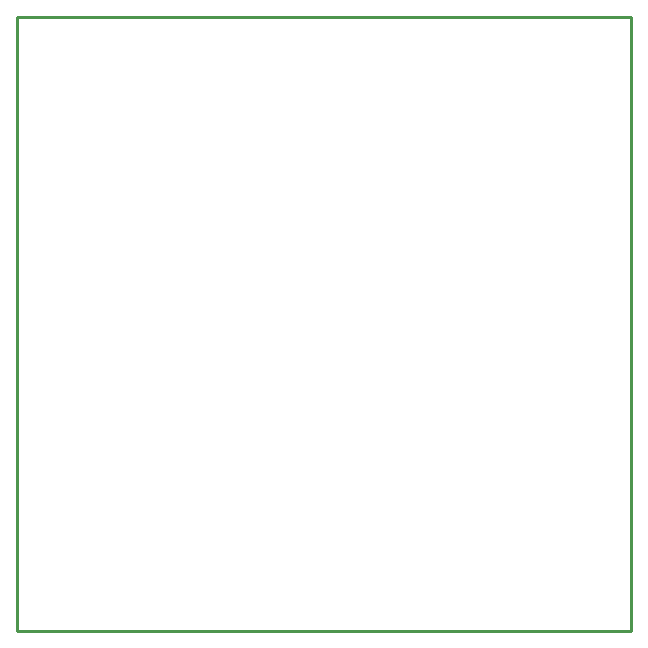
<source format=gbp>
G04 Layer_Color=128*
%FSLAX44Y44*%
%MOMM*%
G71*
G01*
G75*
%ADD11C,0.2540*%
D11*
X0Y520000D02*
X520000D01*
Y0D02*
Y520000D01*
X0Y0D02*
X520000D01*
X0D02*
Y520000D01*
M02*

</source>
